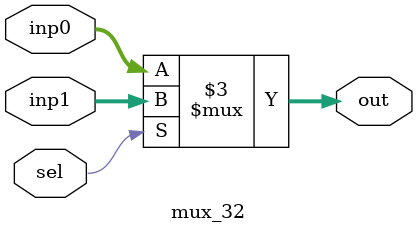
<source format=v>


module mux_32(
input wire [31:0] inp0,
input wire [31:0] inp1,
input wire sel,
output reg [31:0] out
);

always @(*) begin
	if (sel) 
		out = inp1;
	else
		out = inp0;
end
endmodule

</source>
